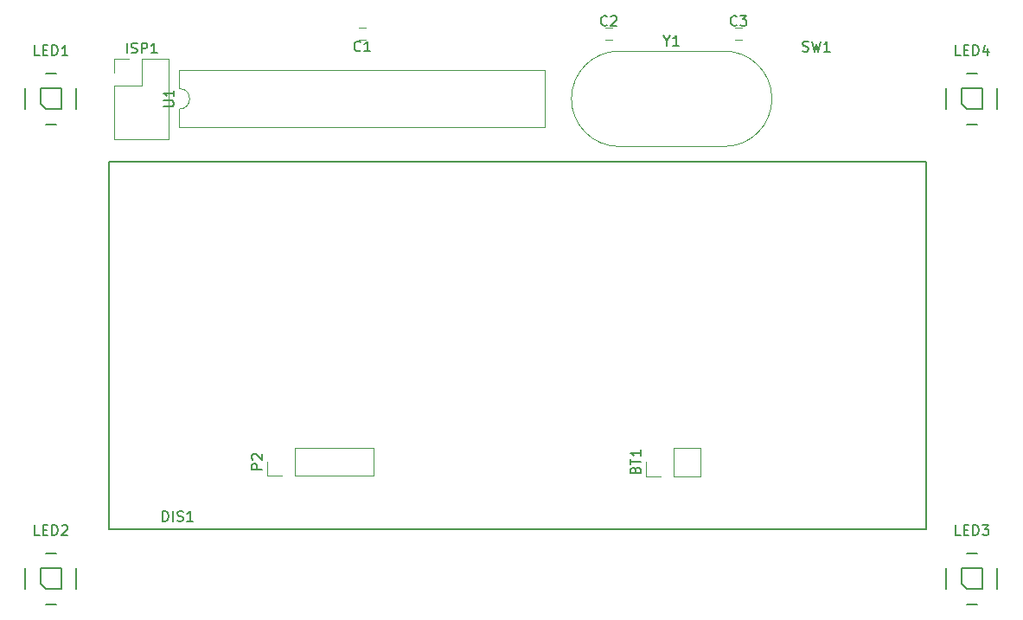
<source format=gbr>
G04 #@! TF.FileFunction,Legend,Top*
%FSLAX46Y46*%
G04 Gerber Fmt 4.6, Leading zero omitted, Abs format (unit mm)*
G04 Created by KiCad (PCBNEW 4.0.6) date Fri Mar 17 12:33:41 2017*
%MOMM*%
%LPD*%
G01*
G04 APERTURE LIST*
%ADD10C,0.100000*%
%ADD11C,0.120000*%
%ADD12C,0.200000*%
%ADD13C,0.150000*%
G04 APERTURE END LIST*
D10*
D11*
X82550000Y-63620000D02*
X85210000Y-63620000D01*
X85210000Y-63620000D02*
X85210000Y-60840000D01*
X85210000Y-60840000D02*
X82550000Y-60840000D01*
X82550000Y-60840000D02*
X82550000Y-63620000D01*
X81280000Y-63620000D02*
X79890000Y-63620000D01*
X79890000Y-63620000D02*
X79890000Y-62230000D01*
X52420000Y-20920000D02*
X51720000Y-20920000D01*
X51720000Y-19720000D02*
X52420000Y-19720000D01*
X75850000Y-19720000D02*
X76550000Y-19720000D01*
X76550000Y-20920000D02*
X75850000Y-20920000D01*
X88550000Y-19720000D02*
X89250000Y-19720000D01*
X89250000Y-20920000D02*
X88550000Y-20920000D01*
X27820000Y-25400000D02*
X27820000Y-30600000D01*
X27820000Y-30600000D02*
X33140000Y-30600000D01*
X33140000Y-30600000D02*
X33140000Y-22740000D01*
X33140000Y-22740000D02*
X30480000Y-22740000D01*
X30480000Y-22740000D02*
X30480000Y-25400000D01*
X30480000Y-25400000D02*
X27820000Y-25400000D01*
X27820000Y-24130000D02*
X27820000Y-22740000D01*
X27820000Y-22740000D02*
X29210000Y-22740000D01*
D12*
X20590000Y-25670000D02*
X22590000Y-25670000D01*
X22590000Y-25670000D02*
X22590000Y-27670000D01*
X22590000Y-27670000D02*
X21090000Y-27670000D01*
X21090000Y-27670000D02*
X20590000Y-27170000D01*
X20590000Y-27170000D02*
X20590000Y-25670000D01*
X19090000Y-25670000D02*
X19090000Y-27670000D01*
X21090000Y-29170000D02*
X22090000Y-29170000D01*
X24090000Y-25670000D02*
X24090000Y-27670000D01*
X21090000Y-24170000D02*
X22090000Y-24170000D01*
X20590000Y-72660000D02*
X22590000Y-72660000D01*
X22590000Y-72660000D02*
X22590000Y-74660000D01*
X22590000Y-74660000D02*
X21090000Y-74660000D01*
X21090000Y-74660000D02*
X20590000Y-74160000D01*
X20590000Y-74160000D02*
X20590000Y-72660000D01*
X19090000Y-72660000D02*
X19090000Y-74660000D01*
X21090000Y-76160000D02*
X22090000Y-76160000D01*
X24090000Y-72660000D02*
X24090000Y-74660000D01*
X21090000Y-71160000D02*
X22090000Y-71160000D01*
X110760000Y-72660000D02*
X112760000Y-72660000D01*
X112760000Y-72660000D02*
X112760000Y-74660000D01*
X112760000Y-74660000D02*
X111260000Y-74660000D01*
X111260000Y-74660000D02*
X110760000Y-74160000D01*
X110760000Y-74160000D02*
X110760000Y-72660000D01*
X109260000Y-72660000D02*
X109260000Y-74660000D01*
X111260000Y-76160000D02*
X112260000Y-76160000D01*
X114260000Y-72660000D02*
X114260000Y-74660000D01*
X111260000Y-71160000D02*
X112260000Y-71160000D01*
X110760000Y-25670000D02*
X112760000Y-25670000D01*
X112760000Y-25670000D02*
X112760000Y-27670000D01*
X112760000Y-27670000D02*
X111260000Y-27670000D01*
X111260000Y-27670000D02*
X110760000Y-27170000D01*
X110760000Y-27170000D02*
X110760000Y-25670000D01*
X109260000Y-25670000D02*
X109260000Y-27670000D01*
X111260000Y-29170000D02*
X112260000Y-29170000D01*
X114260000Y-25670000D02*
X114260000Y-27670000D01*
X111260000Y-24170000D02*
X112260000Y-24170000D01*
D11*
X45467000Y-63607000D02*
X53207000Y-63607000D01*
X53207000Y-63607000D02*
X53207000Y-60827000D01*
X53207000Y-60827000D02*
X45467000Y-60827000D01*
X45467000Y-60827000D02*
X45467000Y-63607000D01*
X44197000Y-63607000D02*
X42807000Y-63607000D01*
X42807000Y-63607000D02*
X42807000Y-62217000D01*
X34170000Y-25670000D02*
G75*
G02X34170000Y-27670000I0J-1000000D01*
G01*
X34170000Y-27670000D02*
X34170000Y-29440000D01*
X34170000Y-29440000D02*
X69970000Y-29440000D01*
X69970000Y-29440000D02*
X69970000Y-23900000D01*
X69970000Y-23900000D02*
X34170000Y-23900000D01*
X34170000Y-23900000D02*
X34170000Y-25670000D01*
X77225000Y-31340000D02*
G75*
G02X77225000Y-22000000I0J4670000D01*
G01*
X87515000Y-31340000D02*
G75*
G03X87515000Y-22000000I0J4670000D01*
G01*
X77225000Y-22000000D02*
X87515000Y-22000000D01*
X77225000Y-31340000D02*
X87515000Y-31340000D01*
D13*
X107310000Y-32800000D02*
X107310000Y-68800000D01*
X27310000Y-32800000D02*
X27310000Y-68800000D01*
X27310000Y-32800000D02*
X107310000Y-32800000D01*
X27310000Y-68800000D02*
X107310000Y-68800000D01*
X78818571Y-63015714D02*
X78866190Y-62872857D01*
X78913810Y-62825238D01*
X79009048Y-62777619D01*
X79151905Y-62777619D01*
X79247143Y-62825238D01*
X79294762Y-62872857D01*
X79342381Y-62968095D01*
X79342381Y-63349048D01*
X78342381Y-63349048D01*
X78342381Y-63015714D01*
X78390000Y-62920476D01*
X78437619Y-62872857D01*
X78532857Y-62825238D01*
X78628095Y-62825238D01*
X78723333Y-62872857D01*
X78770952Y-62920476D01*
X78818571Y-63015714D01*
X78818571Y-63349048D01*
X78342381Y-62491905D02*
X78342381Y-61920476D01*
X79342381Y-62206191D02*
X78342381Y-62206191D01*
X79342381Y-61063333D02*
X79342381Y-61634762D01*
X79342381Y-61349048D02*
X78342381Y-61349048D01*
X78485238Y-61444286D01*
X78580476Y-61539524D01*
X78628095Y-61634762D01*
X51903334Y-21927143D02*
X51855715Y-21974762D01*
X51712858Y-22022381D01*
X51617620Y-22022381D01*
X51474762Y-21974762D01*
X51379524Y-21879524D01*
X51331905Y-21784286D01*
X51284286Y-21593810D01*
X51284286Y-21450952D01*
X51331905Y-21260476D01*
X51379524Y-21165238D01*
X51474762Y-21070000D01*
X51617620Y-21022381D01*
X51712858Y-21022381D01*
X51855715Y-21070000D01*
X51903334Y-21117619D01*
X52855715Y-22022381D02*
X52284286Y-22022381D01*
X52570000Y-22022381D02*
X52570000Y-21022381D01*
X52474762Y-21165238D01*
X52379524Y-21260476D01*
X52284286Y-21308095D01*
X76033334Y-19427143D02*
X75985715Y-19474762D01*
X75842858Y-19522381D01*
X75747620Y-19522381D01*
X75604762Y-19474762D01*
X75509524Y-19379524D01*
X75461905Y-19284286D01*
X75414286Y-19093810D01*
X75414286Y-18950952D01*
X75461905Y-18760476D01*
X75509524Y-18665238D01*
X75604762Y-18570000D01*
X75747620Y-18522381D01*
X75842858Y-18522381D01*
X75985715Y-18570000D01*
X76033334Y-18617619D01*
X76414286Y-18617619D02*
X76461905Y-18570000D01*
X76557143Y-18522381D01*
X76795239Y-18522381D01*
X76890477Y-18570000D01*
X76938096Y-18617619D01*
X76985715Y-18712857D01*
X76985715Y-18808095D01*
X76938096Y-18950952D01*
X76366667Y-19522381D01*
X76985715Y-19522381D01*
X88733334Y-19427143D02*
X88685715Y-19474762D01*
X88542858Y-19522381D01*
X88447620Y-19522381D01*
X88304762Y-19474762D01*
X88209524Y-19379524D01*
X88161905Y-19284286D01*
X88114286Y-19093810D01*
X88114286Y-18950952D01*
X88161905Y-18760476D01*
X88209524Y-18665238D01*
X88304762Y-18570000D01*
X88447620Y-18522381D01*
X88542858Y-18522381D01*
X88685715Y-18570000D01*
X88733334Y-18617619D01*
X89066667Y-18522381D02*
X89685715Y-18522381D01*
X89352381Y-18903333D01*
X89495239Y-18903333D01*
X89590477Y-18950952D01*
X89638096Y-18998571D01*
X89685715Y-19093810D01*
X89685715Y-19331905D01*
X89638096Y-19427143D01*
X89590477Y-19474762D01*
X89495239Y-19522381D01*
X89209524Y-19522381D01*
X89114286Y-19474762D01*
X89066667Y-19427143D01*
X29027619Y-22192381D02*
X29027619Y-21192381D01*
X29456190Y-22144762D02*
X29599047Y-22192381D01*
X29837143Y-22192381D01*
X29932381Y-22144762D01*
X29980000Y-22097143D01*
X30027619Y-22001905D01*
X30027619Y-21906667D01*
X29980000Y-21811429D01*
X29932381Y-21763810D01*
X29837143Y-21716190D01*
X29646666Y-21668571D01*
X29551428Y-21620952D01*
X29503809Y-21573333D01*
X29456190Y-21478095D01*
X29456190Y-21382857D01*
X29503809Y-21287619D01*
X29551428Y-21240000D01*
X29646666Y-21192381D01*
X29884762Y-21192381D01*
X30027619Y-21240000D01*
X30456190Y-22192381D02*
X30456190Y-21192381D01*
X30837143Y-21192381D01*
X30932381Y-21240000D01*
X30980000Y-21287619D01*
X31027619Y-21382857D01*
X31027619Y-21525714D01*
X30980000Y-21620952D01*
X30932381Y-21668571D01*
X30837143Y-21716190D01*
X30456190Y-21716190D01*
X31980000Y-22192381D02*
X31408571Y-22192381D01*
X31694285Y-22192381D02*
X31694285Y-21192381D01*
X31599047Y-21335238D01*
X31503809Y-21430476D01*
X31408571Y-21478095D01*
D12*
X20470953Y-22422381D02*
X19994762Y-22422381D01*
X19994762Y-21422381D01*
X20804286Y-21898571D02*
X21137620Y-21898571D01*
X21280477Y-22422381D02*
X20804286Y-22422381D01*
X20804286Y-21422381D01*
X21280477Y-21422381D01*
X21709048Y-22422381D02*
X21709048Y-21422381D01*
X21947143Y-21422381D01*
X22090001Y-21470000D01*
X22185239Y-21565238D01*
X22232858Y-21660476D01*
X22280477Y-21850952D01*
X22280477Y-21993810D01*
X22232858Y-22184286D01*
X22185239Y-22279524D01*
X22090001Y-22374762D01*
X21947143Y-22422381D01*
X21709048Y-22422381D01*
X23232858Y-22422381D02*
X22661429Y-22422381D01*
X22947143Y-22422381D02*
X22947143Y-21422381D01*
X22851905Y-21565238D01*
X22756667Y-21660476D01*
X22661429Y-21708095D01*
X20470953Y-69412381D02*
X19994762Y-69412381D01*
X19994762Y-68412381D01*
X20804286Y-68888571D02*
X21137620Y-68888571D01*
X21280477Y-69412381D02*
X20804286Y-69412381D01*
X20804286Y-68412381D01*
X21280477Y-68412381D01*
X21709048Y-69412381D02*
X21709048Y-68412381D01*
X21947143Y-68412381D01*
X22090001Y-68460000D01*
X22185239Y-68555238D01*
X22232858Y-68650476D01*
X22280477Y-68840952D01*
X22280477Y-68983810D01*
X22232858Y-69174286D01*
X22185239Y-69269524D01*
X22090001Y-69364762D01*
X21947143Y-69412381D01*
X21709048Y-69412381D01*
X22661429Y-68507619D02*
X22709048Y-68460000D01*
X22804286Y-68412381D01*
X23042382Y-68412381D01*
X23137620Y-68460000D01*
X23185239Y-68507619D01*
X23232858Y-68602857D01*
X23232858Y-68698095D01*
X23185239Y-68840952D01*
X22613810Y-69412381D01*
X23232858Y-69412381D01*
X110640953Y-69412381D02*
X110164762Y-69412381D01*
X110164762Y-68412381D01*
X110974286Y-68888571D02*
X111307620Y-68888571D01*
X111450477Y-69412381D02*
X110974286Y-69412381D01*
X110974286Y-68412381D01*
X111450477Y-68412381D01*
X111879048Y-69412381D02*
X111879048Y-68412381D01*
X112117143Y-68412381D01*
X112260001Y-68460000D01*
X112355239Y-68555238D01*
X112402858Y-68650476D01*
X112450477Y-68840952D01*
X112450477Y-68983810D01*
X112402858Y-69174286D01*
X112355239Y-69269524D01*
X112260001Y-69364762D01*
X112117143Y-69412381D01*
X111879048Y-69412381D01*
X112783810Y-68412381D02*
X113402858Y-68412381D01*
X113069524Y-68793333D01*
X113212382Y-68793333D01*
X113307620Y-68840952D01*
X113355239Y-68888571D01*
X113402858Y-68983810D01*
X113402858Y-69221905D01*
X113355239Y-69317143D01*
X113307620Y-69364762D01*
X113212382Y-69412381D01*
X112926667Y-69412381D01*
X112831429Y-69364762D01*
X112783810Y-69317143D01*
X110640953Y-22422381D02*
X110164762Y-22422381D01*
X110164762Y-21422381D01*
X110974286Y-21898571D02*
X111307620Y-21898571D01*
X111450477Y-22422381D02*
X110974286Y-22422381D01*
X110974286Y-21422381D01*
X111450477Y-21422381D01*
X111879048Y-22422381D02*
X111879048Y-21422381D01*
X112117143Y-21422381D01*
X112260001Y-21470000D01*
X112355239Y-21565238D01*
X112402858Y-21660476D01*
X112450477Y-21850952D01*
X112450477Y-21993810D01*
X112402858Y-22184286D01*
X112355239Y-22279524D01*
X112260001Y-22374762D01*
X112117143Y-22422381D01*
X111879048Y-22422381D01*
X113307620Y-21755714D02*
X113307620Y-22422381D01*
X113069524Y-21374762D02*
X112831429Y-22089048D01*
X113450477Y-22089048D01*
D13*
X42259381Y-62955095D02*
X41259381Y-62955095D01*
X41259381Y-62574142D01*
X41307000Y-62478904D01*
X41354619Y-62431285D01*
X41449857Y-62383666D01*
X41592714Y-62383666D01*
X41687952Y-62431285D01*
X41735571Y-62478904D01*
X41783190Y-62574142D01*
X41783190Y-62955095D01*
X41354619Y-62002714D02*
X41307000Y-61955095D01*
X41259381Y-61859857D01*
X41259381Y-61621761D01*
X41307000Y-61526523D01*
X41354619Y-61478904D01*
X41449857Y-61431285D01*
X41545095Y-61431285D01*
X41687952Y-61478904D01*
X42259381Y-62050333D01*
X42259381Y-61431285D01*
X95186667Y-21994762D02*
X95329524Y-22042381D01*
X95567620Y-22042381D01*
X95662858Y-21994762D01*
X95710477Y-21947143D01*
X95758096Y-21851905D01*
X95758096Y-21756667D01*
X95710477Y-21661429D01*
X95662858Y-21613810D01*
X95567620Y-21566190D01*
X95377143Y-21518571D01*
X95281905Y-21470952D01*
X95234286Y-21423333D01*
X95186667Y-21328095D01*
X95186667Y-21232857D01*
X95234286Y-21137619D01*
X95281905Y-21090000D01*
X95377143Y-21042381D01*
X95615239Y-21042381D01*
X95758096Y-21090000D01*
X96091429Y-21042381D02*
X96329524Y-22042381D01*
X96520001Y-21328095D01*
X96710477Y-22042381D01*
X96948572Y-21042381D01*
X97853334Y-22042381D02*
X97281905Y-22042381D01*
X97567619Y-22042381D02*
X97567619Y-21042381D01*
X97472381Y-21185238D01*
X97377143Y-21280476D01*
X97281905Y-21328095D01*
X32622381Y-27431905D02*
X33431905Y-27431905D01*
X33527143Y-27384286D01*
X33574762Y-27336667D01*
X33622381Y-27241429D01*
X33622381Y-27050952D01*
X33574762Y-26955714D01*
X33527143Y-26908095D01*
X33431905Y-26860476D01*
X32622381Y-26860476D01*
X33622381Y-25860476D02*
X33622381Y-26431905D01*
X33622381Y-26146191D02*
X32622381Y-26146191D01*
X32765238Y-26241429D01*
X32860476Y-26336667D01*
X32908095Y-26431905D01*
X81893809Y-20976190D02*
X81893809Y-21452381D01*
X81560476Y-20452381D02*
X81893809Y-20976190D01*
X82227143Y-20452381D01*
X83084286Y-21452381D02*
X82512857Y-21452381D01*
X82798571Y-21452381D02*
X82798571Y-20452381D01*
X82703333Y-20595238D01*
X82608095Y-20690476D01*
X82512857Y-20738095D01*
X32532819Y-68041781D02*
X32532819Y-67041781D01*
X32770914Y-67041781D01*
X32913772Y-67089400D01*
X33009010Y-67184638D01*
X33056629Y-67279876D01*
X33104248Y-67470352D01*
X33104248Y-67613210D01*
X33056629Y-67803686D01*
X33009010Y-67898924D01*
X32913772Y-67994162D01*
X32770914Y-68041781D01*
X32532819Y-68041781D01*
X33532819Y-68041781D02*
X33532819Y-67041781D01*
X33961390Y-67994162D02*
X34104247Y-68041781D01*
X34342343Y-68041781D01*
X34437581Y-67994162D01*
X34485200Y-67946543D01*
X34532819Y-67851305D01*
X34532819Y-67756067D01*
X34485200Y-67660829D01*
X34437581Y-67613210D01*
X34342343Y-67565590D01*
X34151866Y-67517971D01*
X34056628Y-67470352D01*
X34009009Y-67422733D01*
X33961390Y-67327495D01*
X33961390Y-67232257D01*
X34009009Y-67137019D01*
X34056628Y-67089400D01*
X34151866Y-67041781D01*
X34389962Y-67041781D01*
X34532819Y-67089400D01*
X35485200Y-68041781D02*
X34913771Y-68041781D01*
X35199485Y-68041781D02*
X35199485Y-67041781D01*
X35104247Y-67184638D01*
X35009009Y-67279876D01*
X34913771Y-67327495D01*
M02*

</source>
